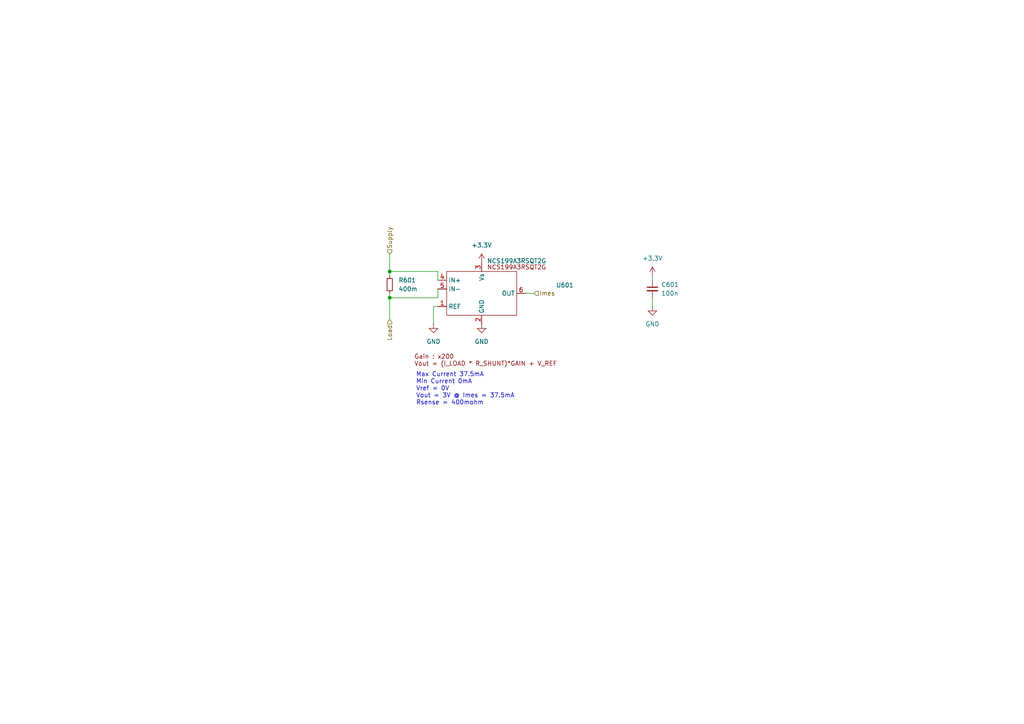
<source format=kicad_sch>
(kicad_sch (version 20231120) (generator "eeschema") (generator_version "8.0")
  (paper "A4")
  (lib_symbols
    (symbol "Device:C_Small" (pin_numbers hide) (pin_names (offset 0.254) hide)
      (property "Reference" "C" (at 0.254 1.778 0))
      (property "Value" "C_Small" (at 0.254 -2.032 0))
      (symbol "C_Small_0_1"
        (polyline (pts (xy -1.524 -0.508) (xy 1.524 -0.508)) (stroke (width 0.3302)))
        (polyline (pts (xy -1.524 0.508) (xy 1.524 0.508)) (stroke (width 0.3048)))
      )
      (symbol "C_Small_1_1"
        (pin passive line (at 0 2.54 270) (length 2.032) (name "~") (number "1"))
        (pin passive line (at 0 -2.54 90) (length 2.032) (name "~") (number "2"))
      )
    )
    (symbol "Device:R_Small" (pin_numbers hide) (pin_names (offset 0.254) hide)
      (property "Reference" "R" (at 0.762 0.508 0))
      (property "Value" "R_Small" (at 0.762 -1.016 0))
      (symbol "R_Small_0_1"
        (rectangle (start -0.762 1.778) (end 0.762 -1.778) (stroke (width 0.2032)))
      )
      (symbol "R_Small_1_1"
        (pin passive line (at 0 2.54 270) (length 0.762) (name "~") (number "1"))
        (pin passive line (at 0 -2.54 90) (length 0.762) (name "~") (number "2"))
      )
    )
    (symbol "NCS199A3RSQT2G:NCS199A3RSQT2G"
      (property "Reference" "U" (at -9.652 7.62 0))
      (symbol "NCS199A3RSQT2G_1_1"
        (rectangle (start -10.16 6.35) (end 10.16 -6.35))
        (text "Gain : x200\nVout = (I_LOAD * R_SHUNT)*GAIN + V_REF" (at -19.558 -19.304 0) (effects (font (size 1.27 1.27)) (justify left)))
        (text "NCS199A3RSQT2G" (at 10.16 7.62 0) (effects (font (size 1.27 1.27))))
        (pin input line (at -12.7 -3.81 0) (length 2.54) (name "REF") (number "1"))
        (pin power_in line (at 0 -8.89 90) (length 2.54) (name "GND") (number "2"))
        (pin power_in line (at 0 8.89 270) (length 2.54) (name "Vs") (number "3"))
        (pin input line (at -12.7 3.81 0) (length 2.54) (name "IN+") (number "4"))
        (pin input line (at -12.7 1.27 0) (length 2.54) (name "IN-") (number "5"))
        (pin output line (at 12.7 0 180) (length 2.54) (name "OUT") (number "6"))
      )
    )
    (symbol "power:+3.3V" (power) (pin_numbers hide) (pin_names (offset 0) hide)
      (property "Value" "+3.3V" (at 0 3.556 0))
      (symbol "+3.3V_0_1"
        (polyline (pts (xy -0.762 1.27) (xy 0 2.54)))
        (polyline (pts (xy 0 0) (xy 0 2.54)))
        (polyline (pts (xy 0 2.54) (xy 0.762 1.27)))
      )
      (symbol "+3.3V_1_1"
        (pin power_in line (at 0 0 90) (length 0) (name "~") (number "1"))
      )
    )
    (symbol "power:GND" (power) (pin_numbers hide) (pin_names (offset 0) hide)
      (property "Value" "GND" (at 0 -3.81 0))
      (symbol "GND_0_1"
        (polyline (pts (xy 0 0) (xy 0 -1.27) (xy 1.27 -1.27) (xy 0 -2.54) (xy -1.27 -1.27) (xy 0 -1.27)))
      )
      (symbol "GND_1_1"
        (pin power_in line (at 0 0 270) (length 0) (name "~") (number "1"))
      )
    )
  )
  (junction (at 113.03 78.74))
  (junction (at 113.03 86.36))
  (wire (pts (xy 189.23 86.36) (xy 189.23 88.9)))
  (wire (pts (xy 113.03 78.74) (xy 113.03 80.01)))
  (wire (pts (xy 154.94 85.09) (xy 152.4 85.09)))
  (wire (pts (xy 127 86.36) (xy 113.03 86.36)))
  (wire (pts (xy 113.03 86.36) (xy 113.03 92.71)))
  (wire (pts (xy 127 81.28) (xy 127 78.74)))
  (wire (pts (xy 113.03 85.09) (xy 113.03 86.36)))
  (wire (pts (xy 113.03 73.66) (xy 113.03 78.74)))
  (wire (pts (xy 127 88.9) (xy 125.73 88.9)))
  (wire (pts (xy 127 83.82) (xy 127 86.36)))
  (wire (pts (xy 125.73 88.9) (xy 125.73 93.98)))
  (wire (pts (xy 189.23 80.01) (xy 189.23 81.28)))
  (wire (pts (xy 113.03 78.74) (xy 127 78.74)))
  (text "Max Current 37.5mA\nMin Current 0mA\nVref = 0V\nVout = 3V @ Imes = 37.5mA\nRsense = 400mohm" (at 120.65 107.95 0) (effects (font (size 1.27 1.27)) (justify left top)))
  (hierarchical_label "Load" (shape input) (at 113.03 92.71 270))
  (hierarchical_label "Imes" (shape input) (at 154.94 85.09 0))
  (hierarchical_label "Supply" (shape input) (at 113.03 73.66 90))
  (symbol (lib_id "power:GND") (at 125.73 93.98 0) (unit 1)
    (property "Reference" "#PWR0601" (effects (hide yes)))
    (property "Value" "GND" (at 125.73 99.06 0))
    (property "Description" "Power symbol creates a global label with name \"GND\" , ground" (effects (hide yes)))
  )
  (symbol (lib_id "NCS199A3RSQT2G:NCS199A3RSQT2G") (at 139.7 85.09 0) (unit 1)
    (property "Reference" "U601" (at 163.83 82.712 0))
    (property "Value" "NCS199A3RSQT2G" (at 149.86 75.692 0))
    (property "Footprint" "Package_TO_SOT_SMD:SOT-363_SC-70-6" (effects (hide yes)))
    (property "Datasheet" "https://www.mouser.fr/datasheet/2/308/1/NCS199A1R_D-2317315.pdf" (effects (hide yes)))
    (property "MPN" "NCS199A3RSQT2G" (effects (hide yes)))
  )
  (symbol (lib_id "Device:C_Small") (at 189.23 83.82 0) (unit 1)
    (property "Reference" "C601" (at 191.77 82.5562 0) (effects (justify left)))
    (property "Value" "100n" (at 191.77 85.0962 0) (effects (justify left)))
    (property "Footprint" "Capacitor_SMD:C_0402_1005Metric" (effects (hide yes)))
    (property "Description" "Unpolarized capacitor, small symbol" (effects (hide yes)))
    (property "MPN" "WE 885012105018" (effects (hide yes)))
  )
  (symbol (lib_id "power:GND") (at 139.7 93.98 0) (unit 1)
    (property "Reference" "#PWR0603" (effects (hide yes)))
    (property "Value" "GND" (at 139.7 99.06 0))
    (property "Description" "Power symbol creates a global label with name \"GND\" , ground" (effects (hide yes)))
  )
  (symbol (lib_id "power:GND") (at 189.23 88.9 0) (unit 1)
    (property "Reference" "#PWR0605" (effects (hide yes)))
    (property "Value" "GND" (at 189.23 93.98 0))
    (property "Description" "Power symbol creates a global label with name \"GND\" , ground" (effects (hide yes)))
  )
  (symbol (lib_id "power:+3.3V") (at 189.23 80.01 0) (unit 1)
    (property "Reference" "#PWR0604" (effects (hide yes)))
    (property "Value" "+3.3V" (at 189.23 74.93 0))
    (property "Description" "Power symbol creates a global label with name \"+3.3V\"" (effects (hide yes)))
  )
  (symbol (lib_id "power:+3.3V") (at 139.7 76.2 0) (unit 1)
    (property "Reference" "#PWR0602" (effects (hide yes)))
    (property "Value" "+3.3V" (at 139.7 71.12 0))
    (property "Description" "Power symbol creates a global label with name \"+3.3V\"" (effects (hide yes)))
  )
  (symbol (lib_id "Device:R_Small") (at 113.03 82.55 0) (unit 1)
    (property "Reference" "R601" (at 115.57 81.2799 0) (effects (justify left)))
    (property "Value" "400m" (at 115.57 83.8199 0) (effects (justify left)))
    (property "Footprint" "Resistor_SMD:R_0402_1005Metric" (effects (hide yes)))
    (property "Description" "Resistor, small symbol" (effects (hide yes)))
    (property "MPN" "WW04PR400FTL" (effects (hide yes)))
  )
)
</source>
